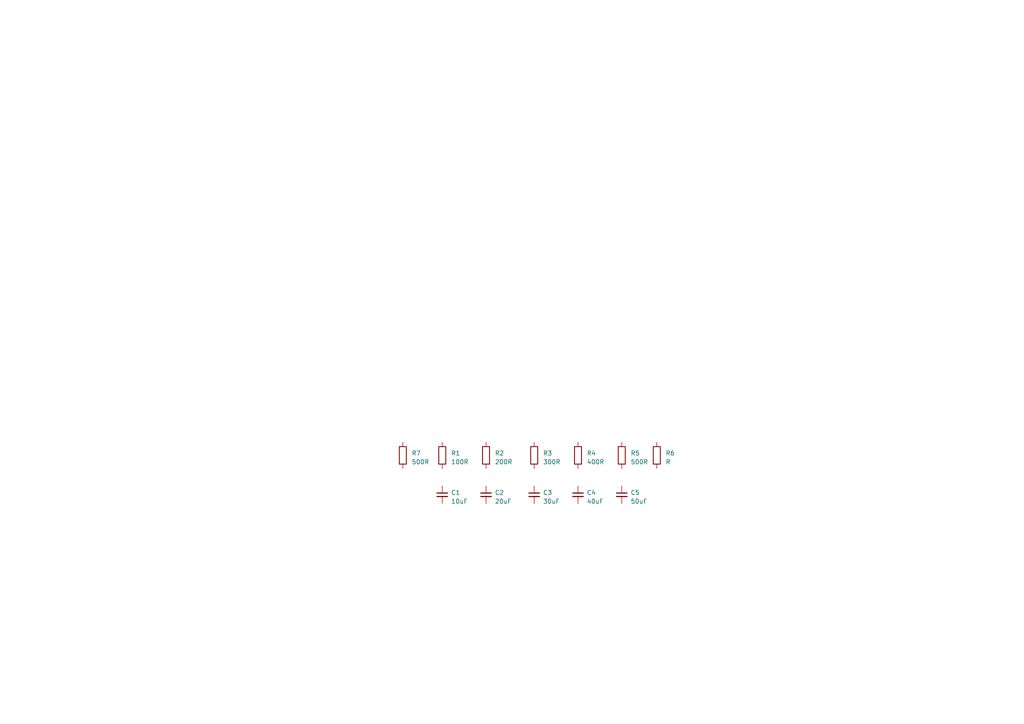
<source format=kicad_sch>
(kicad_sch (version 20230121) (generator eeschema)
  (paper "A4")
  (lib_symbols
    (symbol "Device:C_Small" (pin_numbers hide) (pin_names (offset 0.254) hide)
      (property "Reference" "C" (at 0.254 1.778 0))
      (property "Value" "C_Small" (at 0.254 -2.032 0))
      (symbol "C_Small_0_1"
        (polyline (pts (xy -1.524 -0.508) (xy 1.524 -0.508)) (stroke (width 0.3302)))
        (polyline (pts (xy -1.524 0.508) (xy 1.524 0.508)) (stroke (width 0.3048)))
      )
      (symbol "C_Small_1_1"
        (pin passive line (at 0 2.54 270) (length 2.032) (name "~") (number "1"))
        (pin passive line (at 0 -2.54 90) (length 2.032) (name "~") (number "2"))
      )
    )
    (symbol "Device:R" (pin_numbers hide) (pin_names (offset 0))
      (property "Reference" "R" (at 2.032 0 90))
      (property "Value" "R" (at 0 0 90))
      (symbol "R_0_1"
        (rectangle (start -1.016 -2.54) (end 1.016 2.54) (stroke (width 0.254)))
      )
      (symbol "R_1_1"
        (pin passive line (at 0 3.81 270) (length 1.27) (name "~") (number "1"))
        (pin passive line (at 0 -3.81 90) (length 1.27) (name "~") (number "2"))
      )
    )
  )
  (symbol (lib_id "Device:R") (at 128.27 132.08 0) (unit 1)
    (property "Reference" "R1" (at 130.81 131.445 0) (effects (justify left)))
    (property "Value" "100R" (at 130.81 133.985 0) (effects (justify left)))
  )
  (symbol (lib_id "Device:R") (at 154.94 132.08 0) (unit 1)
    (property "Reference" "R3" (at 157.48 131.445 0) (effects (justify left)))
    (property "Value" "300R" (at 157.48 133.985 0) (effects (justify left)))
  )
  (symbol (lib_id "Device:C_Small") (at 154.94 143.51 0) (unit 1)
    (property "Reference" "C3" (at 157.48 142.8813 0) (effects (justify left)))
    (property "Value" "30uF" (at 157.48 145.4213 0) (effects (justify left)))
  )
  (symbol (lib_id "Device:C_Small") (at 167.64 143.51 0) (unit 1)
    (property "Reference" "C4" (at 170.18 142.8813 0) (effects (justify left)))
    (property "Value" "40uF" (at 170.18 145.4213 0) (effects (justify left)))
  )
  (symbol (lib_id "Device:R") (at 140.97 132.08 0) (unit 1)
    (property "Reference" "R2" (at 143.51 131.445 0) (effects (justify left)))
    (property "Value" "200R" (at 143.51 133.985 0) (effects (justify left)))
  )
  (symbol (lib_id "Device:R") (at 180.34 132.08 0) (unit 1)
    (property "Reference" "R5" (at 182.88 131.445 0) (effects (justify left)))
    (property "Value" "500R" (at 182.88 133.985 0) (effects (justify left)))
  )
  (symbol (lib_id "Device:C_Small") (at 140.97 143.51 0) (unit 1)
    (property "Reference" "C2" (at 143.51 142.8813 0) (effects (justify left)))
    (property "Value" "20uF" (at 143.51 145.4213 0) (effects (justify left)))
  )
  (symbol (lib_id "Device:C_Small") (at 180.34 143.51 0) (unit 1)
    (property "Reference" "C5" (at 182.88 142.8813 0) (effects (justify left)))
    (property "Value" "50uF" (at 182.88 145.4213 0) (effects (justify left)))
  )
  (symbol (lib_id "Device:C_Small") (at 128.27 143.51 0) (unit 1)
    (property "Reference" "C1" (at 130.81 142.8813 0) (effects (justify left)))
    (property "Value" "10uF" (at 130.81 145.4213 0) (effects (justify left)))
  )
  (symbol (lib_id "Device:R") (at 190.5 132.08 0) (unit 1)
    (property "Reference" "R6" (at 193.04 131.445 0) (effects (justify left)))
    (property "Value" "R" (at 193.04 133.985 0) (effects (justify left)))
  )
  (symbol (lib_id "Device:R") (at 167.64 132.08 0) (unit 1)
    (property "Reference" "R4" (at 170.18 131.445 0) (effects (justify left)))
    (property "Value" "400R" (at 170.18 133.985 0) (effects (justify left)))
  )
  (symbol (lib_id "Device:R") (at 116.84 132.08 0) (unit 1)
    (property "Reference" "R7" (at 119.38 131.445 0) (effects (justify left)))
    (property "Value" "500R" (at 119.38 133.985 0) (effects (justify left)))
  )
)
</source>
